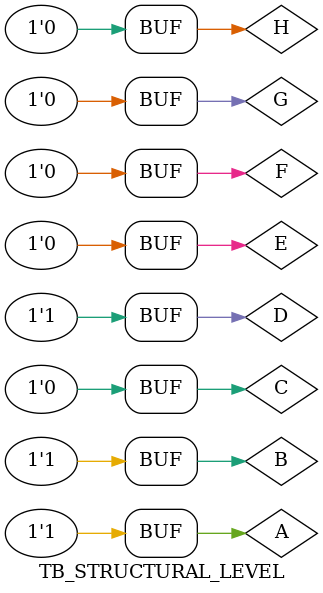
<source format=v>
`timescale 1ns / 1ps


module TB_STRUCTURAL_LEVEL;

	// Inputs
	reg A;
	reg B;
	reg C;
	reg D;
	reg E;
	reg F;
	reg G;
	reg H;

	// Outputs
	wire X;

	// Instantiate the Unit Under Test (UUT)
	code_structural_level uut (
		.X(X), 
		.A(A), 
		.B(B), 
		.C(C), 
		.D(D), 
		.E(E), 
		.F(F), 
		.G(G), 
		.H(H)
	);

	initial begin
		A=1;B=1;C=1;D=1;E=0;F=0;G=0;H=0;
		#100;
		A=1;B=0;C=1;D=0;E=0;F=0;G=0;H=0;
		#100;
		A=1;B=0;C=1;D=1;E=0;F=0;G=0;H=0;
		#100;
		A=1;B=1;C=0;D=1;E=0;F=0;G=0;H=0;
		#100;
		// Add stimulus here

	end
      
endmodule


</source>
